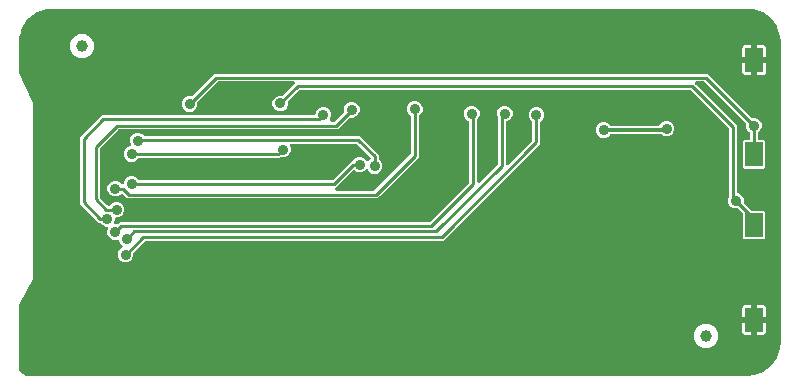
<source format=gbr>
G04 EAGLE Gerber RS-274X export*
G75*
%MOMM*%
%FSLAX34Y34*%
%LPD*%
%INBottom Copper*%
%IPPOS*%
%AMOC8*
5,1,8,0,0,1.08239X$1,22.5*%
G01*
%ADD10C,1.000000*%
%ADD11R,1.500000X2.000000*%
%ADD12C,0.906400*%
%ADD13C,0.254000*%
%ADD14C,0.304800*%

G36*
X505087Y-30952D02*
X505087Y-30952D01*
X505165Y-30950D01*
X509262Y-30628D01*
X509329Y-30614D01*
X509398Y-30610D01*
X509554Y-30570D01*
X517347Y-28038D01*
X517455Y-27987D01*
X517565Y-27944D01*
X517616Y-27911D01*
X517635Y-27902D01*
X517651Y-27889D01*
X517701Y-27857D01*
X524330Y-23041D01*
X524417Y-22960D01*
X524508Y-22884D01*
X524547Y-22837D01*
X524562Y-22823D01*
X524573Y-22806D01*
X524611Y-22760D01*
X529427Y-16131D01*
X529485Y-16027D01*
X529548Y-15927D01*
X529571Y-15870D01*
X529581Y-15852D01*
X529586Y-15833D01*
X529608Y-15777D01*
X532140Y-7984D01*
X532153Y-7916D01*
X532175Y-7851D01*
X532198Y-7692D01*
X532520Y-3595D01*
X532519Y-3573D01*
X532524Y-3495D01*
X532524Y252505D01*
X532522Y252527D01*
X532520Y252605D01*
X532198Y256702D01*
X532184Y256769D01*
X532180Y256838D01*
X532140Y256994D01*
X529608Y264787D01*
X529557Y264895D01*
X529514Y265005D01*
X529481Y265056D01*
X529472Y265075D01*
X529459Y265091D01*
X529427Y265141D01*
X524611Y271770D01*
X524530Y271857D01*
X524454Y271948D01*
X524407Y271987D01*
X524393Y272002D01*
X524376Y272013D01*
X524330Y272051D01*
X517701Y276867D01*
X517597Y276925D01*
X517497Y276988D01*
X517440Y277011D01*
X517422Y277021D01*
X517403Y277026D01*
X517347Y277048D01*
X509554Y279580D01*
X509486Y279593D01*
X509421Y279615D01*
X509262Y279638D01*
X505165Y279960D01*
X505143Y279959D01*
X505065Y279964D01*
X-84935Y279964D01*
X-84957Y279962D01*
X-85035Y279960D01*
X-89132Y279638D01*
X-89199Y279624D01*
X-89268Y279620D01*
X-89424Y279580D01*
X-97217Y277048D01*
X-97325Y276997D01*
X-97435Y276954D01*
X-97486Y276921D01*
X-97505Y276912D01*
X-97521Y276899D01*
X-97571Y276867D01*
X-104200Y272051D01*
X-104287Y271970D01*
X-104378Y271894D01*
X-104417Y271847D01*
X-104432Y271833D01*
X-104443Y271816D01*
X-104481Y271770D01*
X-109297Y265141D01*
X-109355Y265037D01*
X-109418Y264937D01*
X-109441Y264880D01*
X-109451Y264862D01*
X-109456Y264843D01*
X-109478Y264787D01*
X-112010Y256994D01*
X-112023Y256927D01*
X-112045Y256861D01*
X-112068Y256702D01*
X-112390Y252605D01*
X-112389Y252583D01*
X-112394Y252505D01*
X-112394Y226314D01*
X-112391Y226288D01*
X-112393Y226263D01*
X-112371Y226131D01*
X-112354Y225998D01*
X-112345Y225974D01*
X-112341Y225949D01*
X-112285Y225798D01*
X-100901Y200183D01*
X-100822Y200054D01*
X-100745Y199922D01*
X-100738Y199915D01*
X-100736Y199911D01*
X-100728Y199904D01*
X-100638Y199801D01*
X-100394Y199557D01*
X-100394Y199314D01*
X-100391Y199288D01*
X-100393Y199263D01*
X-100371Y199131D01*
X-100354Y198998D01*
X-100345Y198974D01*
X-100341Y198949D01*
X-100285Y198798D01*
X-100186Y198575D01*
X-100310Y198253D01*
X-100346Y198105D01*
X-100384Y197958D01*
X-100385Y197949D01*
X-100386Y197944D01*
X-100386Y197933D01*
X-100394Y197798D01*
X-100394Y53090D01*
X-100380Y52978D01*
X-100374Y52865D01*
X-100357Y52796D01*
X-100354Y52774D01*
X-100348Y52757D01*
X-100336Y52709D01*
X-100196Y52263D01*
X-100250Y52158D01*
X-100273Y52097D01*
X-100305Y52039D01*
X-100328Y51948D01*
X-100329Y51947D01*
X-100332Y51940D01*
X-100333Y51936D01*
X-100361Y51860D01*
X-100368Y51795D01*
X-100384Y51732D01*
X-100390Y51636D01*
X-100392Y51628D01*
X-100391Y51619D01*
X-100394Y51571D01*
X-100394Y51453D01*
X-100725Y51122D01*
X-100794Y51033D01*
X-100869Y50949D01*
X-100907Y50888D01*
X-100920Y50871D01*
X-100927Y50854D01*
X-100953Y50811D01*
X-112250Y29158D01*
X-112273Y29097D01*
X-112305Y29039D01*
X-112328Y28948D01*
X-112361Y28860D01*
X-112368Y28795D01*
X-112384Y28732D01*
X-112394Y28571D01*
X-112394Y-23495D01*
X-112392Y-23515D01*
X-112388Y-23619D01*
X-112269Y-24827D01*
X-112246Y-24931D01*
X-112231Y-25036D01*
X-112203Y-25116D01*
X-112199Y-25137D01*
X-112191Y-25151D01*
X-112179Y-25188D01*
X-111254Y-27420D01*
X-111250Y-27428D01*
X-111247Y-27437D01*
X-111171Y-27567D01*
X-111097Y-27696D01*
X-111090Y-27703D01*
X-111086Y-27711D01*
X-110979Y-27831D01*
X-109271Y-29539D01*
X-109264Y-29545D01*
X-109258Y-29552D01*
X-109139Y-29642D01*
X-109020Y-29734D01*
X-109012Y-29738D01*
X-109004Y-29744D01*
X-108860Y-29814D01*
X-106628Y-30739D01*
X-106526Y-30767D01*
X-106426Y-30803D01*
X-106343Y-30817D01*
X-106322Y-30823D01*
X-106306Y-30823D01*
X-106267Y-30829D01*
X-105059Y-30948D01*
X-105040Y-30948D01*
X-104935Y-30954D01*
X505065Y-30954D01*
X505087Y-30952D01*
G37*
%LPC*%
G36*
X-23401Y65190D02*
X-23401Y65190D01*
X-25814Y66190D01*
X-27660Y68036D01*
X-28660Y70449D01*
X-28660Y73061D01*
X-27660Y75474D01*
X-25814Y77320D01*
X-25561Y77425D01*
X-25518Y77450D01*
X-25471Y77466D01*
X-25380Y77528D01*
X-25285Y77583D01*
X-25249Y77617D01*
X-25208Y77645D01*
X-25135Y77727D01*
X-25056Y77804D01*
X-25030Y77846D01*
X-24997Y77883D01*
X-24947Y77981D01*
X-24890Y78075D01*
X-24875Y78123D01*
X-24853Y78167D01*
X-24829Y78274D01*
X-24796Y78379D01*
X-24794Y78429D01*
X-24783Y78477D01*
X-24786Y78587D01*
X-24781Y78697D01*
X-24791Y78745D01*
X-24793Y78795D01*
X-24823Y78900D01*
X-24845Y79008D01*
X-24867Y79053D01*
X-24881Y79100D01*
X-24937Y79195D01*
X-24985Y79294D01*
X-25017Y79332D01*
X-25043Y79374D01*
X-25149Y79495D01*
X-26799Y81145D01*
X-27830Y83633D01*
X-27888Y83736D01*
X-27941Y83843D01*
X-27967Y83874D01*
X-27987Y83909D01*
X-28070Y83994D01*
X-28147Y84085D01*
X-28180Y84108D01*
X-28208Y84137D01*
X-28310Y84199D01*
X-28407Y84268D01*
X-28445Y84282D01*
X-28479Y84304D01*
X-28593Y84339D01*
X-28705Y84381D01*
X-28745Y84385D01*
X-28783Y84397D01*
X-28902Y84403D01*
X-29021Y84416D01*
X-29061Y84410D01*
X-29101Y84412D01*
X-29217Y84388D01*
X-29336Y84372D01*
X-29392Y84352D01*
X-29413Y84348D01*
X-29431Y84339D01*
X-29488Y84320D01*
X-29679Y84240D01*
X-32291Y84240D01*
X-34704Y85240D01*
X-36550Y87086D01*
X-37550Y89499D01*
X-37550Y92111D01*
X-36891Y93701D01*
X-36878Y93749D01*
X-36857Y93794D01*
X-36836Y93902D01*
X-36807Y94008D01*
X-36806Y94058D01*
X-36797Y94107D01*
X-36804Y94216D01*
X-36802Y94326D01*
X-36814Y94374D01*
X-36817Y94424D01*
X-36850Y94528D01*
X-36876Y94635D01*
X-36899Y94679D01*
X-36915Y94726D01*
X-36973Y94819D01*
X-37025Y94916D01*
X-37058Y94953D01*
X-37085Y94995D01*
X-37165Y95070D01*
X-37239Y95152D01*
X-37280Y95179D01*
X-37316Y95213D01*
X-37413Y95266D01*
X-37504Y95326D01*
X-37551Y95343D01*
X-37595Y95367D01*
X-37701Y95394D01*
X-37805Y95430D01*
X-37855Y95434D01*
X-37903Y95446D01*
X-38064Y95456D01*
X-38879Y95456D01*
X-41292Y96456D01*
X-43183Y98347D01*
X-43261Y98407D01*
X-43333Y98475D01*
X-43386Y98504D01*
X-43434Y98541D01*
X-43525Y98581D01*
X-43611Y98629D01*
X-43670Y98644D01*
X-43726Y98668D01*
X-43824Y98683D01*
X-43919Y98708D01*
X-44019Y98714D01*
X-44040Y98718D01*
X-44052Y98716D01*
X-44080Y98718D01*
X-44839Y98718D01*
X-60958Y114837D01*
X-60958Y170913D01*
X-42299Y189572D01*
X137391Y189572D01*
X137509Y189587D01*
X137628Y189594D01*
X137666Y189607D01*
X137707Y189612D01*
X137817Y189655D01*
X137930Y189692D01*
X137965Y189714D01*
X138002Y189729D01*
X138098Y189798D01*
X138199Y189862D01*
X138227Y189892D01*
X138260Y189915D01*
X138336Y190007D01*
X138417Y190094D01*
X138437Y190129D01*
X138462Y190160D01*
X138513Y190268D01*
X138571Y190372D01*
X138581Y190412D01*
X138598Y190448D01*
X138620Y190565D01*
X138650Y190680D01*
X138654Y190740D01*
X138658Y190760D01*
X138656Y190781D01*
X138660Y190841D01*
X138660Y191385D01*
X139660Y193798D01*
X141506Y195644D01*
X143919Y196644D01*
X146531Y196644D01*
X148944Y195644D01*
X150790Y193798D01*
X151790Y191385D01*
X151790Y188773D01*
X150770Y186312D01*
X150701Y186228D01*
X150692Y186209D01*
X150680Y186193D01*
X150624Y186066D01*
X150565Y185940D01*
X150561Y185920D01*
X150553Y185902D01*
X150531Y185764D01*
X150505Y185627D01*
X150506Y185607D01*
X150503Y185587D01*
X150516Y185448D01*
X150525Y185310D01*
X150531Y185291D01*
X150533Y185271D01*
X150580Y185140D01*
X150623Y185008D01*
X150634Y184991D01*
X150641Y184972D01*
X150719Y184857D01*
X150793Y184739D01*
X150808Y184725D01*
X150819Y184708D01*
X150923Y184616D01*
X151025Y184521D01*
X151042Y184511D01*
X151058Y184498D01*
X151182Y184435D01*
X151303Y184367D01*
X151323Y184362D01*
X151341Y184353D01*
X151477Y184323D01*
X151611Y184288D01*
X151639Y184286D01*
X151651Y184284D01*
X151671Y184284D01*
X151772Y184278D01*
X154223Y184278D01*
X154321Y184290D01*
X154420Y184293D01*
X154479Y184310D01*
X154539Y184318D01*
X154631Y184354D01*
X154726Y184382D01*
X154778Y184412D01*
X154834Y184435D01*
X154914Y184493D01*
X155000Y184543D01*
X155075Y184609D01*
X155092Y184621D01*
X155100Y184631D01*
X155121Y184649D01*
X162419Y191947D01*
X162479Y192026D01*
X162547Y192098D01*
X162576Y192151D01*
X162613Y192199D01*
X162653Y192290D01*
X162701Y192376D01*
X162716Y192435D01*
X162740Y192490D01*
X162755Y192588D01*
X162780Y192684D01*
X162786Y192784D01*
X162790Y192805D01*
X162788Y192817D01*
X162790Y192845D01*
X162790Y195519D01*
X163790Y197932D01*
X165636Y199778D01*
X168049Y200778D01*
X170661Y200778D01*
X173074Y199778D01*
X174920Y197932D01*
X175920Y195519D01*
X175920Y192907D01*
X174920Y190494D01*
X173074Y188648D01*
X170661Y187648D01*
X167987Y187648D01*
X167889Y187636D01*
X167790Y187633D01*
X167731Y187616D01*
X167671Y187608D01*
X167579Y187572D01*
X167484Y187544D01*
X167432Y187514D01*
X167376Y187491D01*
X167296Y187433D01*
X167210Y187383D01*
X167135Y187317D01*
X167118Y187305D01*
X167110Y187295D01*
X167089Y187277D01*
X157485Y177672D01*
X-27821Y177672D01*
X-27919Y177660D01*
X-28018Y177657D01*
X-28077Y177640D01*
X-28137Y177632D01*
X-28229Y177596D01*
X-28324Y177568D01*
X-28376Y177538D01*
X-28432Y177515D01*
X-28512Y177457D01*
X-28598Y177407D01*
X-28673Y177341D01*
X-28690Y177329D01*
X-28698Y177319D01*
X-28719Y177301D01*
X-43821Y162199D01*
X-43881Y162120D01*
X-43949Y162048D01*
X-43978Y161995D01*
X-44015Y161947D01*
X-44055Y161856D01*
X-44103Y161770D01*
X-44118Y161711D01*
X-44142Y161656D01*
X-44157Y161558D01*
X-44182Y161462D01*
X-44188Y161362D01*
X-44192Y161341D01*
X-44190Y161329D01*
X-44192Y161301D01*
X-44192Y120639D01*
X-44180Y120541D01*
X-44177Y120442D01*
X-44160Y120383D01*
X-44152Y120323D01*
X-44116Y120231D01*
X-44088Y120136D01*
X-44058Y120084D01*
X-44035Y120028D01*
X-43977Y119948D01*
X-43927Y119862D01*
X-43861Y119787D01*
X-43849Y119770D01*
X-43839Y119762D01*
X-43821Y119741D01*
X-37609Y113529D01*
X-37530Y113469D01*
X-37458Y113401D01*
X-37405Y113372D01*
X-37357Y113335D01*
X-37266Y113295D01*
X-37180Y113247D01*
X-37121Y113232D01*
X-37066Y113208D01*
X-36968Y113193D01*
X-36872Y113168D01*
X-36772Y113162D01*
X-36751Y113158D01*
X-36739Y113160D01*
X-36711Y113158D01*
X-36222Y113158D01*
X-36124Y113170D01*
X-36025Y113173D01*
X-35967Y113190D01*
X-35906Y113198D01*
X-35814Y113234D01*
X-35719Y113262D01*
X-35667Y113292D01*
X-35611Y113315D01*
X-35531Y113373D01*
X-35445Y113423D01*
X-35370Y113489D01*
X-35353Y113501D01*
X-35346Y113511D01*
X-35324Y113529D01*
X-33434Y115420D01*
X-31021Y116420D01*
X-28409Y116420D01*
X-25996Y115420D01*
X-24150Y113574D01*
X-23150Y111161D01*
X-23150Y108549D01*
X-24150Y106136D01*
X-25996Y104290D01*
X-28409Y103290D01*
X-29739Y103290D01*
X-29857Y103275D01*
X-29976Y103268D01*
X-30014Y103255D01*
X-30055Y103250D01*
X-30165Y103207D01*
X-30279Y103170D01*
X-30313Y103148D01*
X-30350Y103133D01*
X-30447Y103064D01*
X-30547Y103000D01*
X-30575Y102970D01*
X-30608Y102947D01*
X-30684Y102855D01*
X-30765Y102768D01*
X-30785Y102733D01*
X-30811Y102702D01*
X-30861Y102594D01*
X-30919Y102490D01*
X-30929Y102450D01*
X-30946Y102414D01*
X-30968Y102297D01*
X-30998Y102182D01*
X-31002Y102122D01*
X-31006Y102102D01*
X-31005Y102081D01*
X-31008Y102021D01*
X-31008Y100715D01*
X-31667Y99125D01*
X-31680Y99077D01*
X-31701Y99032D01*
X-31722Y98924D01*
X-31751Y98818D01*
X-31752Y98768D01*
X-31761Y98719D01*
X-31754Y98610D01*
X-31756Y98500D01*
X-31745Y98452D01*
X-31742Y98402D01*
X-31708Y98298D01*
X-31682Y98191D01*
X-31659Y98147D01*
X-31643Y98100D01*
X-31585Y98007D01*
X-31533Y97910D01*
X-31500Y97873D01*
X-31473Y97831D01*
X-31393Y97756D01*
X-31319Y97674D01*
X-31278Y97647D01*
X-31242Y97613D01*
X-31146Y97560D01*
X-31054Y97500D01*
X-31007Y97483D01*
X-30963Y97459D01*
X-30857Y97432D01*
X-30753Y97396D01*
X-30703Y97392D01*
X-30655Y97380D01*
X-30495Y97370D01*
X-29617Y97370D01*
X-29519Y97382D01*
X-29420Y97385D01*
X-29361Y97402D01*
X-29301Y97410D01*
X-29209Y97446D01*
X-29114Y97474D01*
X-29062Y97504D01*
X-29006Y97527D01*
X-28926Y97585D01*
X-28840Y97635D01*
X-28765Y97701D01*
X-28748Y97713D01*
X-28740Y97723D01*
X-28719Y97741D01*
X-27273Y99188D01*
X234771Y99188D01*
X234869Y99200D01*
X234968Y99203D01*
X235027Y99220D01*
X235087Y99228D01*
X235179Y99264D01*
X235274Y99292D01*
X235326Y99322D01*
X235382Y99345D01*
X235462Y99403D01*
X235548Y99453D01*
X235623Y99519D01*
X235640Y99531D01*
X235648Y99541D01*
X235669Y99559D01*
X268551Y132441D01*
X268611Y132520D01*
X268679Y132592D01*
X268708Y132645D01*
X268745Y132693D01*
X268785Y132784D01*
X268833Y132870D01*
X268848Y132929D01*
X268872Y132984D01*
X268887Y133082D01*
X268912Y133178D01*
X268918Y133278D01*
X268922Y133299D01*
X268920Y133311D01*
X268922Y133339D01*
X268922Y184023D01*
X268919Y184053D01*
X268921Y184082D01*
X268899Y184210D01*
X268882Y184339D01*
X268872Y184366D01*
X268867Y184395D01*
X268813Y184514D01*
X268765Y184635D01*
X268748Y184658D01*
X268736Y184685D01*
X268655Y184787D01*
X268579Y184892D01*
X268556Y184911D01*
X268537Y184934D01*
X268434Y185012D01*
X268334Y185095D01*
X268307Y185107D01*
X268283Y185125D01*
X268139Y185196D01*
X267236Y185570D01*
X265390Y187416D01*
X264390Y189829D01*
X264390Y192441D01*
X265390Y194854D01*
X267236Y196700D01*
X269649Y197700D01*
X272261Y197700D01*
X274674Y196700D01*
X276520Y194854D01*
X277520Y192441D01*
X277520Y189829D01*
X276520Y187416D01*
X275899Y186796D01*
X275839Y186717D01*
X275771Y186645D01*
X275742Y186592D01*
X275705Y186544D01*
X275665Y186453D01*
X275617Y186367D01*
X275602Y186308D01*
X275578Y186252D01*
X275563Y186154D01*
X275538Y186059D01*
X275532Y185959D01*
X275528Y185938D01*
X275530Y185926D01*
X275528Y185898D01*
X275528Y133593D01*
X275545Y133455D01*
X275558Y133316D01*
X275565Y133297D01*
X275568Y133277D01*
X275619Y133148D01*
X275666Y133017D01*
X275677Y133000D01*
X275685Y132982D01*
X275766Y132869D01*
X275844Y132754D01*
X275860Y132741D01*
X275871Y132724D01*
X275979Y132636D01*
X276083Y132543D01*
X276101Y132534D01*
X276116Y132521D01*
X276242Y132462D01*
X276366Y132399D01*
X276386Y132394D01*
X276404Y132386D01*
X276540Y132360D01*
X276676Y132329D01*
X276697Y132330D01*
X276716Y132326D01*
X276855Y132335D01*
X276994Y132339D01*
X277014Y132345D01*
X277034Y132346D01*
X277166Y132389D01*
X277300Y132427D01*
X277317Y132438D01*
X277336Y132444D01*
X277454Y132518D01*
X277574Y132589D01*
X277595Y132607D01*
X277605Y132614D01*
X277619Y132629D01*
X277694Y132695D01*
X292681Y147681D01*
X292741Y147760D01*
X292809Y147832D01*
X292838Y147885D01*
X292875Y147933D01*
X292915Y148024D01*
X292963Y148110D01*
X292978Y148169D01*
X293002Y148224D01*
X293017Y148322D01*
X293042Y148418D01*
X293048Y148518D01*
X293052Y148539D01*
X293050Y148551D01*
X293052Y148579D01*
X293052Y187834D01*
X293051Y187843D01*
X293052Y187852D01*
X293031Y188001D01*
X293012Y188149D01*
X293009Y188158D01*
X293008Y188167D01*
X292956Y188319D01*
X292330Y189829D01*
X292330Y192441D01*
X293330Y194854D01*
X295176Y196700D01*
X297589Y197700D01*
X300201Y197700D01*
X302614Y196700D01*
X304460Y194854D01*
X305460Y192441D01*
X305460Y189829D01*
X304460Y187416D01*
X302614Y185570D01*
X300441Y184670D01*
X300416Y184655D01*
X300388Y184646D01*
X300278Y184577D01*
X300165Y184512D01*
X300144Y184492D01*
X300119Y184476D01*
X300030Y184381D01*
X299937Y184291D01*
X299921Y184266D01*
X299901Y184244D01*
X299838Y184131D01*
X299770Y184020D01*
X299762Y183992D01*
X299747Y183966D01*
X299715Y183840D01*
X299677Y183716D01*
X299675Y183687D01*
X299668Y183658D01*
X299658Y183497D01*
X299658Y148833D01*
X299675Y148695D01*
X299688Y148556D01*
X299695Y148537D01*
X299698Y148517D01*
X299749Y148388D01*
X299796Y148257D01*
X299807Y148240D01*
X299815Y148222D01*
X299896Y148109D01*
X299974Y147994D01*
X299990Y147981D01*
X300001Y147964D01*
X300109Y147876D01*
X300213Y147783D01*
X300231Y147774D01*
X300246Y147761D01*
X300372Y147702D01*
X300496Y147639D01*
X300516Y147634D01*
X300534Y147626D01*
X300670Y147600D01*
X300806Y147569D01*
X300827Y147570D01*
X300846Y147566D01*
X300985Y147575D01*
X301124Y147579D01*
X301144Y147585D01*
X301164Y147586D01*
X301296Y147629D01*
X301430Y147667D01*
X301447Y147678D01*
X301466Y147684D01*
X301584Y147758D01*
X301704Y147829D01*
X301725Y147847D01*
X301735Y147854D01*
X301749Y147869D01*
X301824Y147935D01*
X321891Y168001D01*
X321951Y168080D01*
X322019Y168152D01*
X322048Y168205D01*
X322085Y168253D01*
X322125Y168344D01*
X322173Y168430D01*
X322188Y168489D01*
X322212Y168544D01*
X322227Y168642D01*
X322252Y168738D01*
X322258Y168838D01*
X322262Y168859D01*
X322260Y168871D01*
X322262Y168899D01*
X322262Y183358D01*
X322250Y183456D01*
X322247Y183555D01*
X322230Y183613D01*
X322222Y183674D01*
X322186Y183766D01*
X322158Y183861D01*
X322128Y183913D01*
X322105Y183969D01*
X322047Y184049D01*
X321997Y184135D01*
X321931Y184210D01*
X321919Y184227D01*
X321909Y184234D01*
X321891Y184256D01*
X320000Y186146D01*
X319000Y188559D01*
X319000Y191171D01*
X320000Y193584D01*
X321846Y195430D01*
X324259Y196430D01*
X326871Y196430D01*
X329284Y195430D01*
X331130Y193584D01*
X332130Y191171D01*
X332130Y188559D01*
X331130Y186146D01*
X329239Y184256D01*
X329179Y184177D01*
X329111Y184105D01*
X329082Y184052D01*
X329045Y184004D01*
X329005Y183913D01*
X328957Y183827D01*
X328942Y183768D01*
X328918Y183712D01*
X328903Y183614D01*
X328878Y183519D01*
X328872Y183419D01*
X328868Y183398D01*
X328870Y183386D01*
X328868Y183358D01*
X328868Y165637D01*
X246669Y83438D01*
X-5215Y83438D01*
X-5313Y83426D01*
X-5412Y83423D01*
X-5471Y83406D01*
X-5531Y83398D01*
X-5623Y83362D01*
X-5718Y83334D01*
X-5770Y83304D01*
X-5826Y83281D01*
X-5906Y83223D01*
X-5992Y83173D01*
X-6067Y83107D01*
X-6084Y83095D01*
X-6092Y83085D01*
X-6113Y83067D01*
X-15159Y74021D01*
X-15219Y73942D01*
X-15287Y73870D01*
X-15307Y73834D01*
X-15331Y73805D01*
X-15340Y73787D01*
X-15353Y73769D01*
X-15393Y73678D01*
X-15441Y73592D01*
X-15451Y73550D01*
X-15467Y73517D01*
X-15470Y73500D01*
X-15480Y73478D01*
X-15495Y73380D01*
X-15520Y73284D01*
X-15524Y73217D01*
X-15527Y73205D01*
X-15526Y73192D01*
X-15526Y73184D01*
X-15530Y73163D01*
X-15528Y73151D01*
X-15530Y73123D01*
X-15530Y70449D01*
X-16530Y68036D01*
X-18376Y66190D01*
X-20789Y65190D01*
X-23401Y65190D01*
G37*
%LPD*%
%LPC*%
G36*
X501723Y84472D02*
X501723Y84472D01*
X500532Y85663D01*
X500532Y106221D01*
X500520Y106319D01*
X500517Y106418D01*
X500500Y106477D01*
X500492Y106537D01*
X500456Y106629D01*
X500428Y106724D01*
X500398Y106776D01*
X500375Y106832D01*
X500317Y106912D01*
X500267Y106998D01*
X500201Y107073D01*
X500189Y107090D01*
X500179Y107098D01*
X500161Y107119D01*
X496741Y110539D01*
X496662Y110599D01*
X496590Y110667D01*
X496537Y110696D01*
X496489Y110733D01*
X496398Y110773D01*
X496312Y110821D01*
X496253Y110836D01*
X496198Y110860D01*
X496100Y110875D01*
X496004Y110900D01*
X495904Y110906D01*
X495883Y110910D01*
X495871Y110908D01*
X495843Y110910D01*
X493169Y110910D01*
X490756Y111910D01*
X488910Y113756D01*
X487910Y116169D01*
X487910Y118781D01*
X488536Y120291D01*
X488538Y120300D01*
X488543Y120308D01*
X488580Y120453D01*
X488620Y120597D01*
X488620Y120607D01*
X488622Y120616D01*
X488632Y120776D01*
X488632Y177811D01*
X488620Y177909D01*
X488617Y178008D01*
X488600Y178067D01*
X488592Y178127D01*
X488556Y178219D01*
X488528Y178314D01*
X488498Y178366D01*
X488475Y178422D01*
X488417Y178502D01*
X488367Y178588D01*
X488301Y178663D01*
X488289Y178680D01*
X488279Y178688D01*
X488261Y178709D01*
X456141Y210829D01*
X456062Y210889D01*
X455990Y210957D01*
X455937Y210986D01*
X455889Y211023D01*
X455798Y211063D01*
X455712Y211111D01*
X455653Y211126D01*
X455598Y211150D01*
X455500Y211165D01*
X455404Y211190D01*
X455304Y211196D01*
X455283Y211200D01*
X455271Y211198D01*
X455243Y211200D01*
X125476Y211200D01*
X125377Y211188D01*
X125278Y211185D01*
X125220Y211168D01*
X125160Y211160D01*
X125068Y211124D01*
X124973Y211096D01*
X124921Y211066D01*
X124864Y211043D01*
X124784Y210985D01*
X124699Y210935D01*
X124624Y210869D01*
X124607Y210857D01*
X124599Y210847D01*
X124578Y210829D01*
X115686Y201936D01*
X115625Y201858D01*
X115557Y201786D01*
X115528Y201733D01*
X115491Y201685D01*
X115452Y201594D01*
X115404Y201507D01*
X115389Y201449D01*
X115365Y201393D01*
X115349Y201295D01*
X115324Y201199D01*
X115318Y201099D01*
X115315Y201079D01*
X115316Y201067D01*
X115314Y201039D01*
X115314Y198365D01*
X114315Y195952D01*
X112468Y194105D01*
X110055Y193106D01*
X107444Y193106D01*
X105031Y194105D01*
X103184Y195952D01*
X102185Y198365D01*
X102185Y200976D01*
X103184Y203389D01*
X105031Y205236D01*
X107444Y206235D01*
X110118Y206235D01*
X110216Y206248D01*
X110315Y206251D01*
X110373Y206268D01*
X110433Y206275D01*
X110525Y206312D01*
X110620Y206339D01*
X110673Y206370D01*
X110729Y206392D01*
X110809Y206450D01*
X110894Y206501D01*
X110970Y206567D01*
X110986Y206579D01*
X110994Y206588D01*
X111015Y206607D01*
X120554Y216146D01*
X120639Y216255D01*
X120728Y216362D01*
X120736Y216381D01*
X120749Y216397D01*
X120804Y216525D01*
X120863Y216650D01*
X120867Y216670D01*
X120875Y216689D01*
X120897Y216827D01*
X120923Y216963D01*
X120922Y216983D01*
X120925Y217003D01*
X120912Y217142D01*
X120903Y217280D01*
X120897Y217299D01*
X120895Y217319D01*
X120848Y217451D01*
X120805Y217582D01*
X120794Y217600D01*
X120787Y217619D01*
X120709Y217734D01*
X120635Y217851D01*
X120620Y217865D01*
X120609Y217882D01*
X120504Y217974D01*
X120403Y218069D01*
X120386Y218079D01*
X120370Y218092D01*
X120246Y218156D01*
X120125Y218223D01*
X120105Y218228D01*
X120087Y218237D01*
X119951Y218267D01*
X119817Y218302D01*
X119789Y218304D01*
X119777Y218307D01*
X119756Y218306D01*
X119656Y218312D01*
X56388Y218312D01*
X56289Y218300D01*
X56190Y218297D01*
X56132Y218280D01*
X56072Y218272D01*
X55980Y218236D01*
X55885Y218208D01*
X55833Y218178D01*
X55776Y218155D01*
X55696Y218097D01*
X55611Y218047D01*
X55536Y217981D01*
X55519Y217969D01*
X55511Y217959D01*
X55490Y217941D01*
X39001Y201452D01*
X38941Y201374D01*
X38873Y201301D01*
X38844Y201248D01*
X38807Y201201D01*
X38767Y201110D01*
X38719Y201023D01*
X38704Y200964D01*
X38680Y200909D01*
X38665Y200811D01*
X38640Y200715D01*
X38634Y200615D01*
X38630Y200595D01*
X38632Y200582D01*
X38630Y200554D01*
X38630Y197880D01*
X37630Y195468D01*
X35784Y193621D01*
X33371Y192621D01*
X30759Y192621D01*
X28346Y193621D01*
X26500Y195468D01*
X25500Y197880D01*
X25500Y200492D01*
X26500Y202905D01*
X28346Y204751D01*
X30759Y205751D01*
X33433Y205751D01*
X33531Y205763D01*
X33630Y205766D01*
X33689Y205783D01*
X33749Y205791D01*
X33841Y205827D01*
X33936Y205855D01*
X33988Y205885D01*
X34044Y205908D01*
X34124Y205966D01*
X34210Y206016D01*
X34285Y206083D01*
X34302Y206095D01*
X34310Y206104D01*
X34331Y206123D01*
X53126Y224918D01*
X470443Y224918D01*
X507449Y187911D01*
X507528Y187851D01*
X507600Y187783D01*
X507653Y187754D01*
X507701Y187717D01*
X507792Y187677D01*
X507878Y187629D01*
X507937Y187614D01*
X507992Y187590D01*
X508090Y187575D01*
X508186Y187550D01*
X508286Y187544D01*
X508307Y187540D01*
X508319Y187542D01*
X508347Y187540D01*
X511021Y187540D01*
X513434Y186540D01*
X515280Y184694D01*
X516280Y182281D01*
X516280Y179669D01*
X515280Y177256D01*
X513739Y175716D01*
X513679Y175637D01*
X513611Y175565D01*
X513582Y175512D01*
X513545Y175464D01*
X513505Y175373D01*
X513457Y175287D01*
X513442Y175228D01*
X513418Y175172D01*
X513403Y175074D01*
X513378Y174979D01*
X513372Y174879D01*
X513368Y174858D01*
X513370Y174846D01*
X513368Y174818D01*
X513368Y169807D01*
X513383Y169689D01*
X513390Y169570D01*
X513403Y169532D01*
X513408Y169491D01*
X513451Y169381D01*
X513488Y169268D01*
X513510Y169233D01*
X513525Y169196D01*
X513594Y169100D01*
X513658Y168999D01*
X513688Y168971D01*
X513711Y168938D01*
X513803Y168862D01*
X513890Y168781D01*
X513925Y168761D01*
X513956Y168736D01*
X514064Y168685D01*
X514168Y168627D01*
X514208Y168617D01*
X514244Y168600D01*
X514361Y168578D01*
X514476Y168548D01*
X514536Y168544D01*
X514556Y168540D01*
X514577Y168542D01*
X514637Y168538D01*
X518407Y168538D01*
X519598Y167347D01*
X519598Y145663D01*
X518407Y144472D01*
X501723Y144472D01*
X500532Y145663D01*
X500532Y167347D01*
X501723Y168538D01*
X505493Y168538D01*
X505611Y168553D01*
X505730Y168560D01*
X505768Y168573D01*
X505809Y168578D01*
X505919Y168621D01*
X506032Y168658D01*
X506067Y168680D01*
X506104Y168695D01*
X506200Y168764D01*
X506301Y168828D01*
X506329Y168858D01*
X506362Y168881D01*
X506438Y168973D01*
X506519Y169060D01*
X506539Y169095D01*
X506564Y169126D01*
X506615Y169234D01*
X506673Y169338D01*
X506683Y169378D01*
X506700Y169414D01*
X506722Y169531D01*
X506752Y169646D01*
X506756Y169706D01*
X506760Y169726D01*
X506758Y169747D01*
X506762Y169807D01*
X506762Y174244D01*
X506759Y174274D01*
X506761Y174303D01*
X506739Y174431D01*
X506722Y174560D01*
X506712Y174587D01*
X506707Y174616D01*
X506653Y174735D01*
X506605Y174856D01*
X506588Y174879D01*
X506576Y174906D01*
X506495Y175008D01*
X506419Y175113D01*
X506396Y175132D01*
X506377Y175155D01*
X506274Y175233D01*
X506174Y175316D01*
X506147Y175328D01*
X506123Y175346D01*
X505999Y175407D01*
X504150Y177256D01*
X503150Y179669D01*
X503150Y182343D01*
X503138Y182441D01*
X503135Y182540D01*
X503118Y182599D01*
X503110Y182659D01*
X503074Y182751D01*
X503046Y182846D01*
X503016Y182898D01*
X502993Y182954D01*
X502935Y183034D01*
X502885Y183120D01*
X502819Y183195D01*
X502807Y183212D01*
X502797Y183220D01*
X502779Y183241D01*
X468079Y217941D01*
X468000Y218001D01*
X467928Y218069D01*
X467875Y218098D01*
X467827Y218135D01*
X467736Y218175D01*
X467650Y218223D01*
X467591Y218238D01*
X467536Y218262D01*
X467438Y218277D01*
X467342Y218302D01*
X467242Y218308D01*
X467221Y218312D01*
X467209Y218310D01*
X467181Y218312D01*
X461063Y218312D01*
X460925Y218295D01*
X460786Y218282D01*
X460767Y218275D01*
X460747Y218272D01*
X460618Y218221D01*
X460487Y218174D01*
X460470Y218163D01*
X460452Y218155D01*
X460339Y218074D01*
X460224Y217996D01*
X460211Y217980D01*
X460194Y217969D01*
X460105Y217861D01*
X460013Y217757D01*
X460004Y217739D01*
X459991Y217724D01*
X459932Y217598D01*
X459869Y217474D01*
X459864Y217454D01*
X459856Y217436D01*
X459830Y217299D01*
X459799Y217164D01*
X459800Y217143D01*
X459796Y217124D01*
X459805Y216985D01*
X459809Y216846D01*
X459815Y216826D01*
X459816Y216806D01*
X459859Y216674D01*
X459897Y216540D01*
X459908Y216523D01*
X459914Y216504D01*
X459988Y216386D01*
X460059Y216266D01*
X460077Y216245D01*
X460084Y216235D01*
X460099Y216221D01*
X460165Y216145D01*
X460812Y215499D01*
X495238Y181073D01*
X495238Y125113D01*
X495241Y125084D01*
X495239Y125054D01*
X495259Y124937D01*
X495260Y124927D01*
X495262Y124921D01*
X495278Y124797D01*
X495288Y124770D01*
X495293Y124741D01*
X495347Y124622D01*
X495395Y124502D01*
X495412Y124478D01*
X495424Y124451D01*
X495505Y124349D01*
X495581Y124244D01*
X495604Y124225D01*
X495623Y124202D01*
X495726Y124124D01*
X495826Y124041D01*
X495853Y124029D01*
X495877Y124011D01*
X496021Y123940D01*
X498194Y123040D01*
X500040Y121194D01*
X501040Y118781D01*
X501040Y116107D01*
X501052Y116009D01*
X501055Y115910D01*
X501072Y115851D01*
X501080Y115791D01*
X501116Y115699D01*
X501144Y115604D01*
X501174Y115552D01*
X501197Y115496D01*
X501255Y115416D01*
X501305Y115330D01*
X501371Y115255D01*
X501383Y115238D01*
X501393Y115230D01*
X501411Y115209D01*
X507711Y108909D01*
X507790Y108849D01*
X507862Y108781D01*
X507915Y108752D01*
X507963Y108715D01*
X508054Y108675D01*
X508140Y108627D01*
X508199Y108612D01*
X508254Y108588D01*
X508352Y108573D01*
X508448Y108548D01*
X508548Y108542D01*
X508569Y108538D01*
X508581Y108540D01*
X508609Y108538D01*
X518407Y108538D01*
X519598Y107347D01*
X519598Y85663D01*
X518407Y84472D01*
X501723Y84472D01*
G37*
%LPD*%
%LPC*%
G36*
X-20873Y119202D02*
X-20873Y119202D01*
X-24606Y122935D01*
X-24700Y123008D01*
X-24789Y123087D01*
X-24825Y123105D01*
X-24857Y123130D01*
X-24967Y123177D01*
X-25072Y123231D01*
X-25112Y123240D01*
X-25149Y123256D01*
X-25267Y123275D01*
X-25383Y123301D01*
X-25423Y123300D01*
X-25463Y123306D01*
X-25582Y123295D01*
X-25701Y123291D01*
X-25739Y123280D01*
X-25780Y123276D01*
X-25892Y123236D01*
X-26006Y123203D01*
X-26041Y123183D01*
X-26079Y123169D01*
X-26178Y123102D01*
X-26280Y123042D01*
X-26325Y123002D01*
X-26342Y122990D01*
X-26356Y122975D01*
X-26401Y122935D01*
X-27266Y122070D01*
X-29679Y121070D01*
X-32291Y121070D01*
X-34704Y122070D01*
X-36550Y123916D01*
X-37550Y126329D01*
X-37550Y128941D01*
X-36550Y131354D01*
X-34704Y133200D01*
X-32291Y134200D01*
X-29679Y134200D01*
X-27266Y133200D01*
X-25746Y131680D01*
X-25637Y131595D01*
X-25530Y131507D01*
X-25511Y131498D01*
X-25495Y131485D01*
X-25367Y131430D01*
X-25242Y131371D01*
X-25222Y131367D01*
X-25203Y131359D01*
X-25065Y131337D01*
X-24929Y131311D01*
X-24909Y131312D01*
X-24889Y131309D01*
X-24750Y131322D01*
X-24612Y131331D01*
X-24593Y131337D01*
X-24573Y131339D01*
X-24441Y131386D01*
X-24310Y131429D01*
X-24292Y131440D01*
X-24273Y131447D01*
X-24158Y131525D01*
X-24041Y131599D01*
X-24027Y131614D01*
X-24010Y131625D01*
X-23918Y131730D01*
X-23823Y131831D01*
X-23813Y131848D01*
X-23800Y131864D01*
X-23736Y131988D01*
X-23669Y132109D01*
X-23664Y132129D01*
X-23655Y132147D01*
X-23625Y132283D01*
X-23590Y132417D01*
X-23588Y132445D01*
X-23585Y132457D01*
X-23586Y132478D01*
X-23580Y132578D01*
X-23580Y132751D01*
X-22580Y135164D01*
X-20734Y137010D01*
X-18321Y138010D01*
X-15709Y138010D01*
X-13296Y137010D01*
X-11406Y135119D01*
X-11327Y135059D01*
X-11255Y134991D01*
X-11202Y134962D01*
X-11154Y134925D01*
X-11063Y134885D01*
X-10977Y134837D01*
X-10918Y134822D01*
X-10862Y134798D01*
X-10764Y134783D01*
X-10669Y134758D01*
X-10569Y134752D01*
X-10548Y134748D01*
X-10536Y134750D01*
X-10508Y134748D01*
X152221Y134748D01*
X152319Y134760D01*
X152418Y134763D01*
X152477Y134780D01*
X152537Y134788D01*
X152629Y134824D01*
X152724Y134852D01*
X152776Y134882D01*
X152832Y134905D01*
X152912Y134963D01*
X152998Y135013D01*
X153073Y135079D01*
X153090Y135091D01*
X153098Y135101D01*
X153119Y135119D01*
X169257Y151258D01*
X169468Y151258D01*
X169566Y151270D01*
X169665Y151273D01*
X169723Y151290D01*
X169784Y151298D01*
X169876Y151334D01*
X169971Y151362D01*
X170023Y151392D01*
X170079Y151415D01*
X170159Y151473D01*
X170245Y151523D01*
X170320Y151589D01*
X170337Y151601D01*
X170344Y151611D01*
X170366Y151629D01*
X172256Y153520D01*
X174669Y154520D01*
X177281Y154520D01*
X179694Y153520D01*
X181540Y151674D01*
X181668Y151364D01*
X181693Y151321D01*
X181710Y151274D01*
X181772Y151183D01*
X181826Y151088D01*
X181861Y151052D01*
X181888Y151011D01*
X181971Y150939D01*
X182047Y150860D01*
X182090Y150834D01*
X182127Y150801D01*
X182225Y150751D01*
X182318Y150693D01*
X182366Y150679D01*
X182410Y150656D01*
X182517Y150632D01*
X182622Y150600D01*
X182672Y150597D01*
X182720Y150586D01*
X182830Y150590D01*
X182940Y150585D01*
X182989Y150595D01*
X183038Y150596D01*
X183144Y150627D01*
X183251Y150649D01*
X183296Y150671D01*
X183344Y150685D01*
X183438Y150740D01*
X183537Y150789D01*
X183575Y150821D01*
X183618Y150846D01*
X183739Y150952D01*
X185015Y152229D01*
X185088Y152323D01*
X185167Y152412D01*
X185185Y152448D01*
X185210Y152480D01*
X185257Y152590D01*
X185312Y152696D01*
X185320Y152735D01*
X185336Y152772D01*
X185355Y152890D01*
X185381Y153006D01*
X185380Y153046D01*
X185386Y153086D01*
X185375Y153205D01*
X185372Y153324D01*
X185360Y153363D01*
X185356Y153403D01*
X185316Y153515D01*
X185283Y153629D01*
X185263Y153664D01*
X185249Y153702D01*
X185182Y153801D01*
X185122Y153903D01*
X185082Y153949D01*
X185070Y153965D01*
X185055Y153979D01*
X185015Y154024D01*
X173804Y165236D01*
X173725Y165296D01*
X173653Y165364D01*
X173600Y165393D01*
X173552Y165430D01*
X173461Y165470D01*
X173375Y165518D01*
X173316Y165533D01*
X173261Y165557D01*
X173163Y165572D01*
X173067Y165597D01*
X172967Y165603D01*
X172947Y165607D01*
X172934Y165605D01*
X172906Y165607D01*
X117889Y165607D01*
X117839Y165601D01*
X117790Y165603D01*
X117682Y165581D01*
X117573Y165567D01*
X117527Y165549D01*
X117478Y165539D01*
X117380Y165491D01*
X117278Y165450D01*
X117237Y165421D01*
X117193Y165399D01*
X117109Y165328D01*
X117020Y165264D01*
X116989Y165225D01*
X116951Y165193D01*
X116888Y165103D01*
X116817Y165019D01*
X116796Y164974D01*
X116768Y164933D01*
X116729Y164830D01*
X116682Y164731D01*
X116673Y164682D01*
X116655Y164636D01*
X116643Y164526D01*
X116622Y164419D01*
X116625Y164369D01*
X116620Y164320D01*
X116635Y164211D01*
X116642Y164101D01*
X116657Y164054D01*
X116664Y164005D01*
X116716Y163852D01*
X117500Y161961D01*
X117500Y159349D01*
X116500Y156936D01*
X114654Y155090D01*
X112241Y154090D01*
X109567Y154090D01*
X109469Y154078D01*
X109370Y154075D01*
X109311Y154058D01*
X109251Y154050D01*
X109159Y154014D01*
X109064Y153986D01*
X109012Y153956D01*
X108956Y153933D01*
X108876Y153875D01*
X108790Y153825D01*
X108715Y153759D01*
X108698Y153747D01*
X108690Y153737D01*
X108669Y153719D01*
X108493Y153542D01*
X-10508Y153542D01*
X-10606Y153530D01*
X-10705Y153527D01*
X-10764Y153510D01*
X-10824Y153502D01*
X-10916Y153466D01*
X-11011Y153438D01*
X-11063Y153408D01*
X-11119Y153385D01*
X-11199Y153327D01*
X-11285Y153277D01*
X-11360Y153211D01*
X-11377Y153199D01*
X-11384Y153189D01*
X-11406Y153171D01*
X-13296Y151280D01*
X-15709Y150280D01*
X-18321Y150280D01*
X-20734Y151280D01*
X-22580Y153126D01*
X-23580Y155539D01*
X-23580Y158151D01*
X-22580Y160564D01*
X-20734Y162410D01*
X-18388Y163382D01*
X-18284Y163441D01*
X-18177Y163493D01*
X-18147Y163520D01*
X-18111Y163540D01*
X-18026Y163622D01*
X-17935Y163700D01*
X-17912Y163733D01*
X-17883Y163761D01*
X-17821Y163862D01*
X-17752Y163960D01*
X-17738Y163998D01*
X-17717Y164032D01*
X-17682Y164146D01*
X-17640Y164257D01*
X-17635Y164297D01*
X-17623Y164336D01*
X-17618Y164455D01*
X-17604Y164573D01*
X-17610Y164613D01*
X-17608Y164654D01*
X-17632Y164770D01*
X-17649Y164888D01*
X-17668Y164945D01*
X-17672Y164965D01*
X-17681Y164983D01*
X-17701Y165040D01*
X-18500Y166969D01*
X-18500Y169581D01*
X-17500Y171994D01*
X-15654Y173840D01*
X-13241Y174840D01*
X-10629Y174840D01*
X-8216Y173840D01*
X-6961Y172584D01*
X-6882Y172524D01*
X-6810Y172456D01*
X-6757Y172427D01*
X-6709Y172390D01*
X-6618Y172350D01*
X-6532Y172302D01*
X-6473Y172287D01*
X-6417Y172263D01*
X-6319Y172248D01*
X-6224Y172223D01*
X-6124Y172217D01*
X-6103Y172213D01*
X-6091Y172215D01*
X-6063Y172213D01*
X176168Y172213D01*
X178474Y169907D01*
X178474Y169906D01*
X189751Y158629D01*
X192058Y156323D01*
X192058Y153192D01*
X192070Y153094D01*
X192073Y152995D01*
X192090Y152937D01*
X192098Y152876D01*
X192134Y152784D01*
X192162Y152689D01*
X192192Y152637D01*
X192215Y152581D01*
X192273Y152501D01*
X192323Y152415D01*
X192389Y152340D01*
X192401Y152323D01*
X192411Y152316D01*
X192429Y152294D01*
X194320Y150404D01*
X195320Y147991D01*
X195320Y145379D01*
X194320Y142966D01*
X192474Y141120D01*
X190061Y140120D01*
X187449Y140120D01*
X185036Y141120D01*
X183190Y142966D01*
X183062Y143276D01*
X183037Y143319D01*
X183020Y143366D01*
X182958Y143457D01*
X182904Y143552D01*
X182869Y143588D01*
X182842Y143629D01*
X182759Y143701D01*
X182683Y143780D01*
X182640Y143806D01*
X182603Y143839D01*
X182505Y143889D01*
X182412Y143947D01*
X182364Y143961D01*
X182320Y143984D01*
X182213Y144008D01*
X182108Y144040D01*
X182058Y144043D01*
X182010Y144054D01*
X181900Y144050D01*
X181790Y144055D01*
X181741Y144045D01*
X181692Y144044D01*
X181586Y144013D01*
X181479Y143991D01*
X181434Y143969D01*
X181386Y143955D01*
X181292Y143900D01*
X181193Y143851D01*
X181155Y143819D01*
X181112Y143794D01*
X180991Y143688D01*
X179694Y142390D01*
X177281Y141390D01*
X174669Y141390D01*
X172256Y142390D01*
X171891Y142755D01*
X171797Y142828D01*
X171708Y142907D01*
X171672Y142925D01*
X171640Y142950D01*
X171530Y142997D01*
X171424Y143052D01*
X171385Y143060D01*
X171348Y143076D01*
X171230Y143095D01*
X171114Y143121D01*
X171074Y143120D01*
X171034Y143126D01*
X170915Y143115D01*
X170796Y143112D01*
X170757Y143100D01*
X170717Y143096D01*
X170605Y143056D01*
X170491Y143023D01*
X170456Y143003D01*
X170418Y142989D01*
X170319Y142922D01*
X170217Y142862D01*
X170171Y142822D01*
X170155Y142810D01*
X170141Y142795D01*
X170096Y142755D01*
X155315Y127974D01*
X155230Y127865D01*
X155141Y127758D01*
X155133Y127739D01*
X155120Y127723D01*
X155065Y127595D01*
X155006Y127470D01*
X155002Y127450D01*
X154994Y127431D01*
X154972Y127293D01*
X154946Y127157D01*
X154947Y127137D01*
X154944Y127117D01*
X154957Y126978D01*
X154966Y126840D01*
X154972Y126821D01*
X154974Y126801D01*
X155021Y126669D01*
X155064Y126538D01*
X155075Y126520D01*
X155082Y126501D01*
X155160Y126386D01*
X155234Y126269D01*
X155249Y126255D01*
X155260Y126238D01*
X155364Y126146D01*
X155466Y126051D01*
X155483Y126041D01*
X155499Y126028D01*
X155622Y125964D01*
X155744Y125897D01*
X155764Y125892D01*
X155782Y125883D01*
X155918Y125853D01*
X156052Y125818D01*
X156080Y125816D01*
X156092Y125813D01*
X156113Y125814D01*
X156213Y125808D01*
X187731Y125808D01*
X187829Y125820D01*
X187928Y125823D01*
X187987Y125840D01*
X188047Y125848D01*
X188139Y125884D01*
X188234Y125912D01*
X188286Y125942D01*
X188342Y125965D01*
X188422Y126023D01*
X188508Y126073D01*
X188583Y126139D01*
X188600Y126151D01*
X188608Y126161D01*
X188629Y126179D01*
X219021Y156571D01*
X219081Y156650D01*
X219149Y156722D01*
X219178Y156775D01*
X219215Y156823D01*
X219255Y156914D01*
X219303Y157000D01*
X219318Y157059D01*
X219342Y157114D01*
X219357Y157212D01*
X219382Y157308D01*
X219388Y157408D01*
X219392Y157428D01*
X219390Y157441D01*
X219392Y157469D01*
X219392Y188438D01*
X219380Y188536D01*
X219377Y188635D01*
X219360Y188693D01*
X219352Y188754D01*
X219316Y188846D01*
X219288Y188941D01*
X219258Y188993D01*
X219235Y189049D01*
X219177Y189129D01*
X219127Y189215D01*
X219061Y189290D01*
X219049Y189307D01*
X219039Y189314D01*
X219021Y189336D01*
X217130Y191226D01*
X216130Y193639D01*
X216130Y196251D01*
X217130Y198664D01*
X218976Y200510D01*
X221389Y201510D01*
X224001Y201510D01*
X226414Y200510D01*
X228260Y198664D01*
X229260Y196251D01*
X229260Y193639D01*
X228260Y191226D01*
X226369Y189336D01*
X226309Y189257D01*
X226241Y189185D01*
X226212Y189132D01*
X226175Y189084D01*
X226135Y188993D01*
X226087Y188907D01*
X226072Y188848D01*
X226048Y188792D01*
X226033Y188694D01*
X226008Y188599D01*
X226002Y188499D01*
X225998Y188478D01*
X226000Y188466D01*
X225998Y188438D01*
X225998Y154207D01*
X223692Y151901D01*
X223691Y151901D01*
X193299Y121509D01*
X190993Y119202D01*
X-20873Y119202D01*
G37*
%LPD*%
%LPC*%
G36*
X381409Y170600D02*
X381409Y170600D01*
X378996Y171600D01*
X377150Y173446D01*
X376150Y175859D01*
X376150Y178471D01*
X377150Y180884D01*
X378996Y182730D01*
X381409Y183730D01*
X384021Y183730D01*
X386434Y182730D01*
X388070Y181093D01*
X388149Y181033D01*
X388221Y180965D01*
X388274Y180936D01*
X388322Y180899D01*
X388413Y180859D01*
X388499Y180811D01*
X388558Y180796D01*
X388614Y180772D01*
X388712Y180757D01*
X388807Y180732D01*
X388907Y180726D01*
X388928Y180722D01*
X388940Y180724D01*
X388968Y180722D01*
X428919Y180722D01*
X428948Y180725D01*
X428977Y180723D01*
X429105Y180745D01*
X429234Y180762D01*
X429261Y180772D01*
X429291Y180777D01*
X429409Y180831D01*
X429530Y180879D01*
X429554Y180896D01*
X429581Y180908D01*
X429682Y180989D01*
X429787Y181065D01*
X429806Y181088D01*
X429829Y181107D01*
X429907Y181210D01*
X429990Y181310D01*
X430003Y181337D01*
X430020Y181361D01*
X430091Y181505D01*
X430360Y182154D01*
X432206Y184000D01*
X434619Y185000D01*
X437231Y185000D01*
X439644Y184000D01*
X441490Y182154D01*
X442490Y179741D01*
X442490Y177129D01*
X441490Y174716D01*
X439644Y172870D01*
X437231Y171870D01*
X434619Y171870D01*
X432206Y172870D01*
X431840Y173236D01*
X431761Y173297D01*
X431689Y173365D01*
X431636Y173394D01*
X431588Y173431D01*
X431497Y173471D01*
X431411Y173519D01*
X431352Y173534D01*
X431296Y173558D01*
X431198Y173573D01*
X431103Y173598D01*
X431003Y173604D01*
X430982Y173608D01*
X430970Y173606D01*
X430942Y173608D01*
X388968Y173608D01*
X388870Y173596D01*
X388771Y173593D01*
X388713Y173576D01*
X388652Y173568D01*
X388560Y173532D01*
X388465Y173504D01*
X388413Y173474D01*
X388357Y173451D01*
X388277Y173393D01*
X388191Y173343D01*
X388116Y173277D01*
X388099Y173265D01*
X388092Y173255D01*
X388070Y173237D01*
X386434Y171600D01*
X384021Y170600D01*
X381409Y170600D01*
G37*
%LPD*%
%LPC*%
G36*
X-61671Y238030D02*
X-61671Y238030D01*
X-66312Y240710D01*
X-68992Y245351D01*
X-68992Y250711D01*
X-66312Y255352D01*
X-61671Y258032D01*
X-56311Y258032D01*
X-51670Y255352D01*
X-48990Y250711D01*
X-48990Y245351D01*
X-51670Y240710D01*
X-56311Y238030D01*
X-61671Y238030D01*
G37*
%LPD*%
%LPC*%
G36*
X466545Y-7306D02*
X466545Y-7306D01*
X461904Y-4626D01*
X459224Y15D01*
X459224Y5375D01*
X461904Y10016D01*
X466545Y12696D01*
X471905Y12696D01*
X476546Y10016D01*
X479226Y5375D01*
X479226Y15D01*
X476546Y-4626D01*
X471905Y-7306D01*
X466545Y-7306D01*
G37*
%LPD*%
%LPC*%
G36*
X512604Y239044D02*
X512604Y239044D01*
X512604Y249046D01*
X517899Y249046D01*
X518546Y248873D01*
X519125Y248538D01*
X519598Y248065D01*
X519933Y247486D01*
X520106Y246839D01*
X520106Y239044D01*
X512604Y239044D01*
G37*
%LPD*%
%LPC*%
G36*
X512604Y19044D02*
X512604Y19044D01*
X512604Y29046D01*
X517899Y29046D01*
X518546Y28873D01*
X519125Y28538D01*
X519598Y28065D01*
X519933Y27486D01*
X520106Y26839D01*
X520106Y19044D01*
X512604Y19044D01*
G37*
%LPD*%
%LPC*%
G36*
X500024Y239044D02*
X500024Y239044D01*
X500024Y246839D01*
X500197Y247486D01*
X500532Y248065D01*
X501005Y248538D01*
X501584Y248873D01*
X502231Y249046D01*
X507526Y249046D01*
X507526Y239044D01*
X500024Y239044D01*
G37*
%LPD*%
%LPC*%
G36*
X500024Y19044D02*
X500024Y19044D01*
X500024Y26839D01*
X500197Y27486D01*
X500532Y28065D01*
X501005Y28538D01*
X501584Y28873D01*
X502231Y29046D01*
X507526Y29046D01*
X507526Y19044D01*
X500024Y19044D01*
G37*
%LPD*%
%LPC*%
G36*
X512604Y223964D02*
X512604Y223964D01*
X512604Y233966D01*
X520106Y233966D01*
X520106Y226171D01*
X519933Y225524D01*
X519598Y224945D01*
X519125Y224472D01*
X518546Y224137D01*
X517899Y223964D01*
X512604Y223964D01*
G37*
%LPD*%
%LPC*%
G36*
X512604Y3964D02*
X512604Y3964D01*
X512604Y13966D01*
X520106Y13966D01*
X520106Y6171D01*
X519933Y5524D01*
X519598Y4945D01*
X519125Y4472D01*
X518546Y4137D01*
X517899Y3964D01*
X512604Y3964D01*
G37*
%LPD*%
%LPC*%
G36*
X502231Y223964D02*
X502231Y223964D01*
X501584Y224137D01*
X501005Y224472D01*
X500532Y224945D01*
X500197Y225524D01*
X500024Y226171D01*
X500024Y233966D01*
X507526Y233966D01*
X507526Y223964D01*
X502231Y223964D01*
G37*
%LPD*%
%LPC*%
G36*
X502231Y3964D02*
X502231Y3964D01*
X501584Y4137D01*
X501005Y4472D01*
X500532Y4945D01*
X500197Y5524D01*
X500024Y6171D01*
X500024Y13966D01*
X507526Y13966D01*
X507526Y3964D01*
X502231Y3964D01*
G37*
%LPD*%
%LPC*%
G36*
X510064Y236504D02*
X510064Y236504D01*
X510064Y236506D01*
X510066Y236506D01*
X510066Y236504D01*
X510064Y236504D01*
G37*
%LPD*%
%LPC*%
G36*
X510064Y16504D02*
X510064Y16504D01*
X510064Y16506D01*
X510066Y16506D01*
X510066Y16504D01*
X510064Y16504D01*
G37*
%LPD*%
D10*
X469225Y2695D03*
X-58991Y248031D03*
D11*
X510065Y236505D03*
X510065Y156505D03*
X510065Y16505D03*
X510065Y96505D03*
D12*
X232855Y179705D03*
X213505Y115395D03*
X-12125Y144145D03*
X-9665Y55515D03*
X133795Y196215D03*
X192755Y191975D03*
X93155Y111125D03*
X95695Y53975D03*
X39815Y43815D03*
X-17015Y131445D03*
D13*
X154115Y131445D01*
X170625Y147955D01*
X175975Y147955D01*
D12*
X175975Y147955D03*
X382715Y177165D03*
D14*
X434655Y177165D01*
X435925Y178435D01*
D12*
X435925Y178435D03*
X-17015Y156845D03*
D13*
X107125Y156845D02*
X110935Y160655D01*
D12*
X110935Y160655D03*
D13*
X107125Y156845D02*
X-17015Y156845D01*
D12*
X-11935Y168275D03*
D13*
X174800Y168910D02*
X188755Y154955D01*
X188755Y146685D01*
D12*
X188755Y146685D03*
D13*
X174800Y168910D02*
X-11300Y168910D01*
X-11935Y168275D01*
D12*
X-22095Y71755D03*
D13*
X-7109Y86741D01*
X245301Y86741D02*
X325565Y167005D01*
X325565Y189865D01*
D12*
X325565Y189865D03*
D13*
X245301Y86741D02*
X-7109Y86741D01*
D12*
X-21234Y84864D03*
D13*
X240983Y91313D02*
X296355Y146685D01*
X296355Y188595D01*
X298895Y191135D01*
D12*
X298895Y191135D03*
D13*
X240983Y91313D02*
X-14785Y91313D01*
X-21234Y84864D01*
D12*
X-30985Y90805D03*
D13*
X-25905Y95885D01*
X236665Y95885D02*
X272225Y131445D01*
X272225Y189865D02*
X270955Y191135D01*
X272225Y189865D02*
X272225Y131445D01*
D12*
X270955Y191135D03*
D13*
X236665Y95885D02*
X-25905Y95885D01*
D12*
X-30985Y127635D03*
D13*
X222695Y155575D02*
X222695Y194945D01*
D12*
X222695Y194945D03*
D13*
X-19505Y122505D02*
X-24635Y127635D01*
X-30985Y127635D01*
X189625Y122505D02*
X222695Y155575D01*
X189625Y122505D02*
X-19505Y122505D01*
D12*
X-29715Y109855D03*
D13*
X-38605Y109855D01*
X-47495Y118745D01*
X-47495Y163195D01*
X-29715Y180975D01*
X156117Y180975D01*
X169355Y194213D01*
D12*
X169355Y194213D03*
X-37573Y102021D03*
D13*
X-43471Y102021D01*
X-57655Y116205D01*
X-57655Y169545D01*
X-40931Y186269D02*
X141415Y186269D01*
X145225Y190079D01*
D12*
X145225Y190079D03*
D13*
X-40931Y186269D02*
X-57655Y169545D01*
D12*
X108749Y199671D03*
D13*
X457137Y214503D02*
X491935Y179705D01*
X491935Y120015D01*
X494475Y117475D01*
D12*
X494475Y117475D03*
D13*
X457137Y214503D02*
X123582Y214503D01*
X108749Y199671D01*
X510065Y101885D02*
X510065Y96505D01*
X510065Y101885D02*
X494475Y117475D01*
D12*
X32065Y199186D03*
D13*
X54494Y221615D01*
X469075Y221615D02*
X509715Y180975D01*
D12*
X509715Y180975D03*
D13*
X469075Y221615D02*
X54494Y221615D01*
X510065Y180625D02*
X510065Y156505D01*
X510065Y180625D02*
X509715Y180975D01*
M02*

</source>
